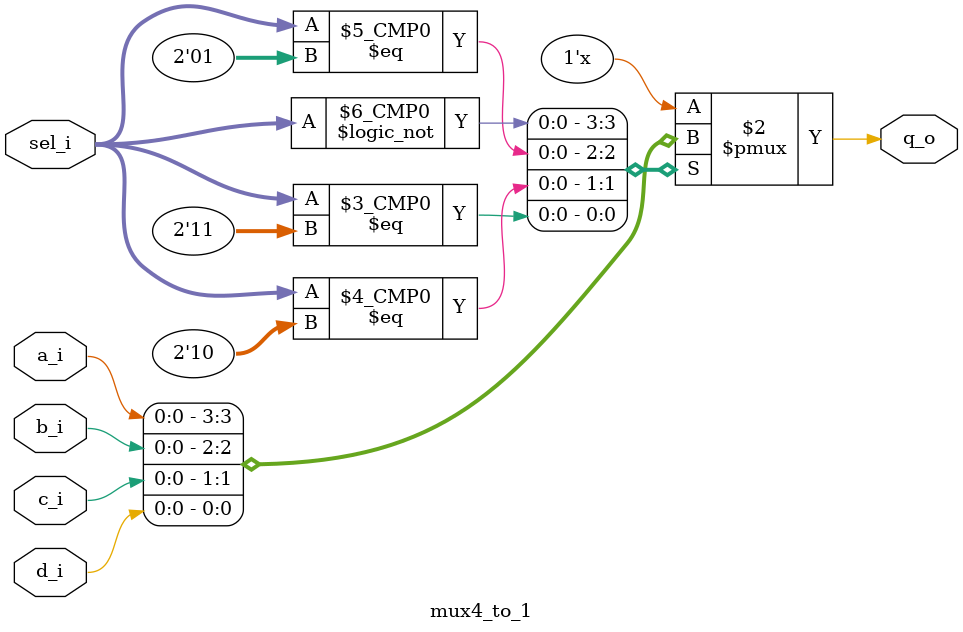
<source format=v>
`timescale 1ns/100ps

module mux4_to_1(
  q_o,
  a_i,
  b_i,
  c_i,
  d_i,
  sel_i
  );
 
  input a_i;
  input b_i;
  input c_i;
  input d_i;
  input [1:0] sel_i;
  output q_o;
 
  reg q_o;
 
  always @(a_i or b_i or c_i or d_i or sel_i) begin
    case (sel_i)
      2'b00 : q_o = a_i;
      2'b01 : q_o = b_i;
      2'b10 : q_o = c_i;
      2'b11 : q_o = d_i;
    endcase
  end
endmodule 

</source>
